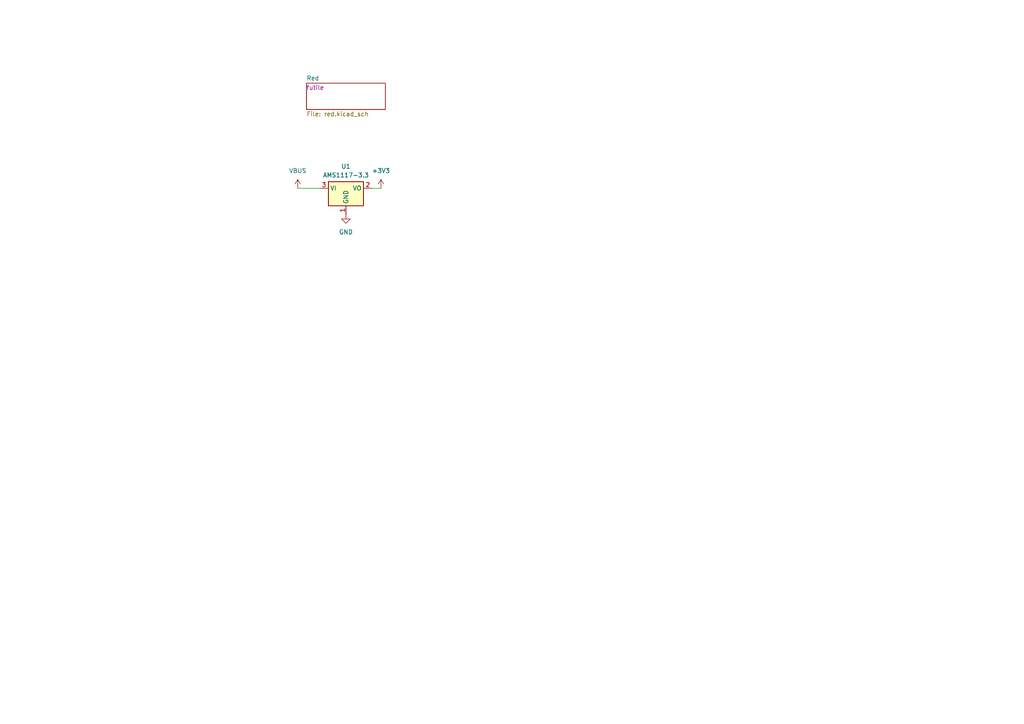
<source format=kicad_sch>
(kicad_sch (version 20230121) (generator eeschema)
  (paper "A4")
  (lib_symbols
    (symbol "Regulator_Linear:AMS1117-3.3"
      (property "Reference" "U" (at -3.81 3.175 0))
      (property "Value" "AMS1117-3.3" (at 0 3.175 0))
      (symbol "AMS1117-3.3_0_1"
        (rectangle (start -5.08 -5.08) (end 5.08 1.905) (stroke (width 0.254)) (fill (type background)))
      )
      (symbol "AMS1117-3.3_1_1"
        (pin power_in line (at 0 -7.62 90) (length 2.54) (name "GND") (number "1"))
        (pin power_out line (at 7.62 0 180) (length 2.54) (name "VO") (number "2"))
        (pin power_in line (at -7.62 0 0) (length 2.54) (name "VI") (number "3"))
      )
    )
    (symbol "power:+3V3" (power) (pin_names (offset 0))
      (property "Value" "+3V3" (at 0 3.556 0))
      (symbol "+3V3_0_1"
        (polyline (pts (xy -0.762 1.27) (xy 0 2.54)))
        (polyline (pts (xy 0 0) (xy 0 2.54)))
        (polyline (pts (xy 0 2.54) (xy 0.762 1.27)))
      )
      (symbol "+3V3_1_1"
        (pin power_in line (at 0 0 90) (length 0) hide (name "+3V3") (number "1"))
      )
    )
    (symbol "power:GND" (power) (pin_names (offset 0))
      (property "Value" "GND" (at 0 -3.81 0))
      (symbol "GND_0_1"
        (polyline (pts (xy 0 0) (xy 0 -1.27) (xy 1.27 -1.27) (xy 0 -2.54) (xy -1.27 -1.27) (xy 0 -1.27)))
      )
      (symbol "GND_1_1"
        (pin power_in line (at 0 0 270) (length 0) hide (name "GND") (number "1"))
      )
    )
    (symbol "power:VBUS" (power) (pin_names (offset 0))
      (property "Value" "VBUS" (at 0 3.81 0))
      (symbol "VBUS_0_1"
        (polyline (pts (xy -0.762 1.27) (xy 0 2.54)))
        (polyline (pts (xy 0 0) (xy 0 2.54)))
        (polyline (pts (xy 0 2.54) (xy 0.762 1.27)))
      )
      (symbol "VBUS_1_1"
        (pin power_in line (at 0 0 90) (length 0) hide (name "VBUS") (number "1"))
      )
    )
  )
  (wire (pts (xy 86.36 54.61) (xy 92.71 54.61)))
  (wire (pts (xy 107.95 54.61) (xy 110.49 54.61)))
  (symbol (lib_id "power:+3V3") (at 110.49 54.61 0) (unit 1)
    (property "Reference" "#PWR03" (effects hide))
    (property "Value" "+3V3" (at 110.49 49.53 0))
  )
  (symbol (lib_id "power:GND") (at 100.33 62.23 0) (unit 1)
    (property "Reference" "#PWR04" (effects hide))
    (property "Value" "GND" (at 100.33 67.31 0))
  )
  (symbol (lib_id "Regulator_Linear:AMS1117-3.3") (at 100.33 54.61 0) (unit 1)
    (property "Reference" "U1" (at 100.33 48.26 0))
    (property "Value" "AMS1117-3.3" (at 100.33 50.8 0))
    (property "Footprint" "Package_TO_SOT_SMD:SOT-223-3_TabPin2" (effects hide))
    (property "Datasheet" "http://www.advanced-monolithic.com/pdf/ds1117.pdf" (effects hide))
  )
  (symbol (lib_id "power:VBUS") (at 86.36 54.61 0) (unit 1)
    (property "Reference" "#PWR05" (effects hide))
    (property "Value" "VBUS" (at 86.36 49.53 0))
  )
  (sheet (at 88.9 24.13) (size 22.86 7.62) (stroke (width 0.1524))
    (property "Sheetname" "Red" (at 88.9 23.4184 0) (effects (justify left bottom)))
    (property "Sheetfile" "red.kicad_sch" (at 88.9 32.3346 0) (effects (justify left top)))
    (property "resistance" "futile" (at 91.44 25.4 0))
  )
)
</source>
